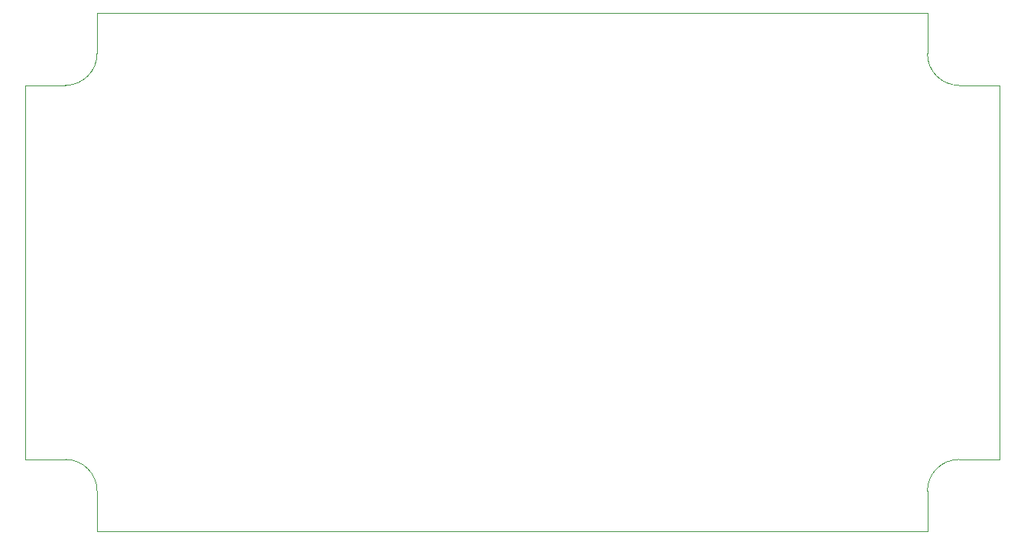
<source format=gm1>
G04 #@! TF.GenerationSoftware,KiCad,Pcbnew,(2017-05-10 revision 747583606)-makepkg*
G04 #@! TF.CreationDate,2017-05-29T23:21:35+02:00*
G04 #@! TF.ProjectId,BMS-5s,424D532D35732E6B696361645F706362,rev?*
G04 #@! TF.FileFunction,Profile,NP*
%FSLAX46Y46*%
G04 Gerber Fmt 4.6, Leading zero omitted, Abs format (unit mm)*
G04 Created by KiCad (PCBNEW (2017-05-10 revision 747583606)-makepkg) date 05/29/17 23:21:35*
%MOMM*%
%LPD*%
G01*
G04 APERTURE LIST*
%ADD10C,0.150000*%
%ADD11C,0.100000*%
G04 APERTURE END LIST*
D10*
D11*
X196000000Y-109500000D02*
G75*
G03X192500000Y-113000000I0J-3500000D01*
G01*
X192500000Y-117500000D02*
X192500000Y-113000000D01*
X200500000Y-109500000D02*
X196000000Y-109500000D01*
X192500000Y-60000000D02*
X192500000Y-64500000D01*
X200500000Y-68000000D02*
X196000000Y-68000000D01*
X192500000Y-64500000D02*
G75*
G03X196000000Y-68000000I3500000J0D01*
G01*
X97000000Y-68000000D02*
G75*
G03X100500000Y-64500000I0J3500000D01*
G01*
X100500000Y-60000000D02*
X100500000Y-64500000D01*
X92500000Y-68000000D02*
X97000000Y-68000000D01*
X100500000Y-117500000D02*
X100500000Y-113000000D01*
X92500000Y-109500000D02*
X97000000Y-109500000D01*
X100500000Y-113000000D02*
G75*
G03X97000000Y-109500000I-3500000J0D01*
G01*
X92500000Y-68000000D02*
X92500000Y-109500000D01*
X192500000Y-60000000D02*
X100500000Y-60000000D01*
X200500000Y-109500000D02*
X200500000Y-68000000D01*
X100500000Y-117500000D02*
X192500000Y-117500000D01*
M02*

</source>
